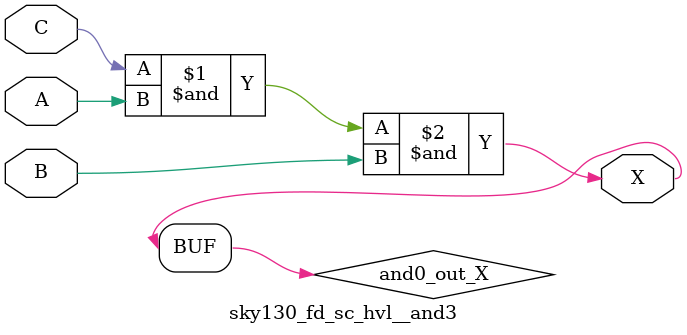
<source format=v>
/*
 * Copyright 2020 The SkyWater PDK Authors
 *
 * Licensed under the Apache License, Version 2.0 (the "License");
 * you may not use this file except in compliance with the License.
 * You may obtain a copy of the License at
 *
 *     https://www.apache.org/licenses/LICENSE-2.0
 *
 * Unless required by applicable law or agreed to in writing, software
 * distributed under the License is distributed on an "AS IS" BASIS,
 * WITHOUT WARRANTIES OR CONDITIONS OF ANY KIND, either express or implied.
 * See the License for the specific language governing permissions and
 * limitations under the License.
 *
 * SPDX-License-Identifier: Apache-2.0
*/


`ifndef SKY130_FD_SC_HVL__AND3_FUNCTIONAL_V
`define SKY130_FD_SC_HVL__AND3_FUNCTIONAL_V

/**
 * and3: 3-input AND.
 *
 * Verilog simulation functional model.
 */

`timescale 1ns / 1ps
`default_nettype none

`celldefine
module sky130_fd_sc_hvl__and3 (
    X,
    A,
    B,
    C
);

    // Module ports
    output X;
    input  A;
    input  B;
    input  C;

    // Local signals
    wire and0_out_X;

    //  Name  Output      Other arguments
    and and0 (and0_out_X, C, A, B        );
    buf buf0 (X         , and0_out_X     );

endmodule
`endcelldefine

`default_nettype wire
`endif  // SKY130_FD_SC_HVL__AND3_FUNCTIONAL_V

</source>
